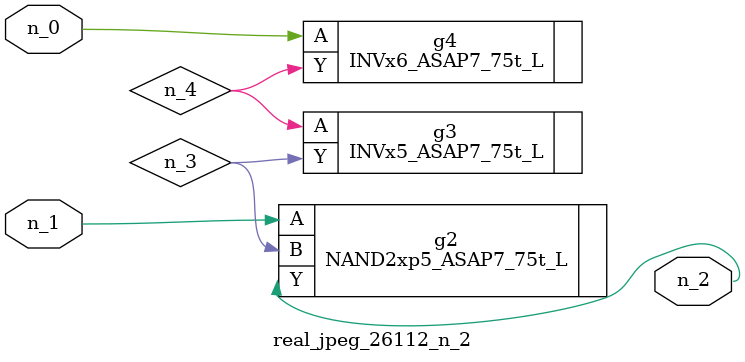
<source format=v>
module real_jpeg_26112_n_2 (n_1, n_0, n_2);

input n_1;
input n_0;

output n_2;

wire n_4;
wire n_3;

INVx6_ASAP7_75t_L g4 ( 
.A(n_0),
.Y(n_4)
);

NAND2xp5_ASAP7_75t_L g2 ( 
.A(n_1),
.B(n_3),
.Y(n_2)
);

INVx5_ASAP7_75t_L g3 ( 
.A(n_4),
.Y(n_3)
);


endmodule
</source>
